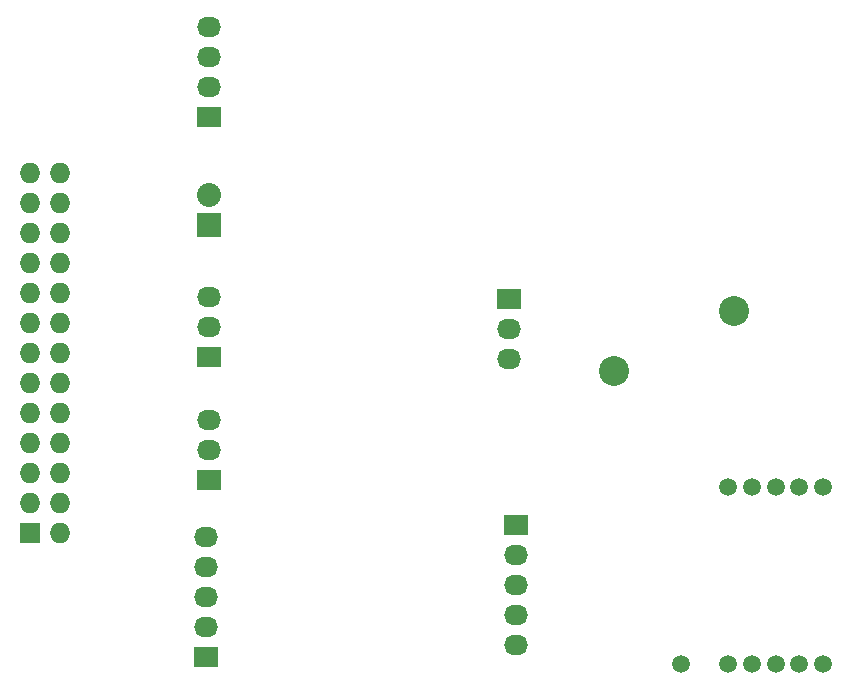
<source format=gbr>
G04 #@! TF.FileFunction,Copper,L1,Top,Signal*
%FSLAX46Y46*%
G04 Gerber Fmt 4.6, Leading zero omitted, Abs format (unit mm)*
G04 Created by KiCad (PCBNEW 4.0.2+dfsg1-stable) date Sat 24 Dec 2016 02:51:14 PM EST*
%MOMM*%
G01*
G04 APERTURE LIST*
%ADD10C,0.100000*%
%ADD11R,2.032000X1.727200*%
%ADD12O,2.032000X1.727200*%
%ADD13R,1.727200X1.727200*%
%ADD14O,1.727200X1.727200*%
%ADD15C,2.540000*%
%ADD16R,2.032000X2.032000*%
%ADD17O,2.032000X2.032000*%
%ADD18C,1.500000*%
G04 APERTURE END LIST*
D10*
D11*
X126809500Y-87058500D03*
D12*
X126809500Y-84518500D03*
X126809500Y-81978500D03*
X126809500Y-79438500D03*
D11*
X126809500Y-107378500D03*
D12*
X126809500Y-104838500D03*
X126809500Y-102298500D03*
D13*
X111671100Y-122326400D03*
D14*
X114211100Y-122326400D03*
X111671100Y-119786400D03*
X114211100Y-119786400D03*
X111671100Y-117246400D03*
X114211100Y-117246400D03*
X111671100Y-114706400D03*
X114211100Y-114706400D03*
X111671100Y-112166400D03*
X114211100Y-112166400D03*
X111671100Y-109626400D03*
X114211100Y-109626400D03*
X111671100Y-107086400D03*
X114211100Y-107086400D03*
X111671100Y-104546400D03*
X114211100Y-104546400D03*
X111671100Y-102006400D03*
X114211100Y-102006400D03*
X111671100Y-99466400D03*
X114211100Y-99466400D03*
X111671100Y-96926400D03*
X114211100Y-96926400D03*
X111671100Y-94386400D03*
X114211100Y-94386400D03*
X111671100Y-91846400D03*
X114211100Y-91846400D03*
D11*
X126555500Y-132778500D03*
D12*
X126555500Y-130238500D03*
X126555500Y-127698500D03*
X126555500Y-125158500D03*
X126555500Y-122618500D03*
D11*
X126809500Y-117792500D03*
D12*
X126809500Y-115252500D03*
X126809500Y-112712500D03*
D11*
X152781000Y-121602500D03*
D12*
X152781000Y-124142500D03*
X152781000Y-126682500D03*
X152781000Y-129222500D03*
X152781000Y-131762500D03*
D11*
X152209500Y-102489000D03*
D12*
X152209500Y-105029000D03*
X152209500Y-107569000D03*
D15*
X171259500Y-103505000D03*
X161099500Y-108585000D03*
D16*
X126809500Y-96202500D03*
D17*
X126809500Y-93662500D03*
D18*
X178768500Y-133365500D03*
X176768500Y-133365500D03*
X174768500Y-133365500D03*
X172768500Y-133365500D03*
X170768500Y-133365500D03*
X166768500Y-133365500D03*
X178768500Y-118365500D03*
X176768500Y-118365500D03*
X174768500Y-118365500D03*
X172768500Y-118365500D03*
X170768500Y-118365500D03*
M02*

</source>
